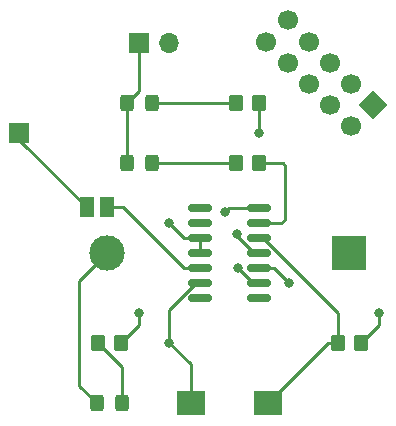
<source format=gbr>
%TF.GenerationSoftware,KiCad,Pcbnew,6.0.9-8da3e8f707~117~ubuntu22.04.1*%
%TF.CreationDate,2022-11-29T09:47:06-05:00*%
%TF.ProjectId,RFTransmitterV3,52465472-616e-4736-9d69-747465725633,rev?*%
%TF.SameCoordinates,Original*%
%TF.FileFunction,Copper,L1,Top*%
%TF.FilePolarity,Positive*%
%FSLAX46Y46*%
G04 Gerber Fmt 4.6, Leading zero omitted, Abs format (unit mm)*
G04 Created by KiCad (PCBNEW 6.0.9-8da3e8f707~117~ubuntu22.04.1) date 2022-11-29 09:47:06*
%MOMM*%
%LPD*%
G01*
G04 APERTURE LIST*
G04 Aperture macros list*
%AMRoundRect*
0 Rectangle with rounded corners*
0 $1 Rounding radius*
0 $2 $3 $4 $5 $6 $7 $8 $9 X,Y pos of 4 corners*
0 Add a 4 corners polygon primitive as box body*
4,1,4,$2,$3,$4,$5,$6,$7,$8,$9,$2,$3,0*
0 Add four circle primitives for the rounded corners*
1,1,$1+$1,$2,$3*
1,1,$1+$1,$4,$5*
1,1,$1+$1,$6,$7*
1,1,$1+$1,$8,$9*
0 Add four rect primitives between the rounded corners*
20,1,$1+$1,$2,$3,$4,$5,0*
20,1,$1+$1,$4,$5,$6,$7,0*
20,1,$1+$1,$6,$7,$8,$9,0*
20,1,$1+$1,$8,$9,$2,$3,0*%
%AMHorizOval*
0 Thick line with rounded ends*
0 $1 width*
0 $2 $3 position (X,Y) of the first rounded end (center of the circle)*
0 $4 $5 position (X,Y) of the second rounded end (center of the circle)*
0 Add line between two ends*
20,1,$1,$2,$3,$4,$5,0*
0 Add two circle primitives to create the rounded ends*
1,1,$1,$2,$3*
1,1,$1,$4,$5*%
%AMRotRect*
0 Rectangle, with rotation*
0 The origin of the aperture is its center*
0 $1 length*
0 $2 width*
0 $3 Rotation angle, in degrees counterclockwise*
0 Add horizontal line*
21,1,$1,$2,0,0,$3*%
G04 Aperture macros list end*
%TA.AperFunction,SMDPad,CuDef*%
%ADD10RoundRect,0.250000X-0.350000X-0.450000X0.350000X-0.450000X0.350000X0.450000X-0.350000X0.450000X0*%
%TD*%
%TA.AperFunction,SMDPad,CuDef*%
%ADD11R,1.200000X1.820000*%
%TD*%
%TA.AperFunction,SMDPad,CuDef*%
%ADD12RoundRect,0.250000X0.350000X0.450000X-0.350000X0.450000X-0.350000X-0.450000X0.350000X-0.450000X0*%
%TD*%
%TA.AperFunction,ComponentPad*%
%ADD13RotRect,1.700000X1.700000X225.000000*%
%TD*%
%TA.AperFunction,ComponentPad*%
%ADD14HorizOval,1.700000X0.000000X0.000000X0.000000X0.000000X0*%
%TD*%
%TA.AperFunction,SMDPad,CuDef*%
%ADD15R,2.400000X2.100000*%
%TD*%
%TA.AperFunction,SMDPad,CuDef*%
%ADD16RoundRect,0.250000X-0.325000X-0.450000X0.325000X-0.450000X0.325000X0.450000X-0.325000X0.450000X0*%
%TD*%
%TA.AperFunction,ComponentPad*%
%ADD17R,1.700000X1.700000*%
%TD*%
%TA.AperFunction,ComponentPad*%
%ADD18O,1.700000X1.700000*%
%TD*%
%TA.AperFunction,SMDPad,CuDef*%
%ADD19RoundRect,0.150000X-0.825000X-0.150000X0.825000X-0.150000X0.825000X0.150000X-0.825000X0.150000X0*%
%TD*%
%TA.AperFunction,ComponentPad*%
%ADD20R,3.000000X3.000000*%
%TD*%
%TA.AperFunction,ComponentPad*%
%ADD21C,3.000000*%
%TD*%
%TA.AperFunction,ViaPad*%
%ADD22C,0.800000*%
%TD*%
%TA.AperFunction,Conductor*%
%ADD23C,0.250000*%
%TD*%
G04 APERTURE END LIST*
D10*
%TO.P,R3,1*%
%TO.N,Net-(D3-Pad2)*%
X128540000Y-93980000D03*
%TO.P,R3,2*%
%TO.N,GPIO8*%
X130540000Y-93980000D03*
%TD*%
D11*
%TO.P,L1,1*%
%TO.N,Net-(AE1-Pad1)*%
X127651648Y-82448962D03*
%TO.P,L1,2*%
%TO.N,/TXP*%
X129371648Y-82448962D03*
%TD*%
D12*
%TO.P,R4,1*%
%TO.N,GND*%
X150860000Y-93980000D03*
%TO.P,R4,2*%
%TO.N,GPIO2*%
X148860000Y-93980000D03*
%TD*%
D13*
%TO.P,PROG,1,Pin_1*%
%TO.N,unconnected-(J1-Pad1)*%
X151810129Y-73807006D03*
D14*
%TO.P,PROG,2,Pin_2*%
%TO.N,GND*%
X150014078Y-75603057D03*
%TO.P,PROG,3,Pin_3*%
%TO.N,unconnected-(J1-Pad3)*%
X150014078Y-72010955D03*
%TO.P,PROG,4,Pin_4*%
%TO.N,/C2DAT*%
X148218027Y-73807006D03*
%TO.P,PROG,5,Pin_5*%
%TO.N,unconnected-(J1-Pad5)*%
X148218027Y-70214904D03*
%TO.P,PROG,6,Pin_6*%
%TO.N,unconnected-(J1-Pad6)*%
X146421975Y-72010955D03*
%TO.P,PROG,7,Pin_7*%
%TO.N,/C2CLK*%
X146421975Y-68418852D03*
%TO.P,PROG,8,Pin_8*%
%TO.N,unconnected-(J1-Pad8)*%
X144625924Y-70214904D03*
%TO.P,PROG,9,Pin_9*%
%TO.N,unconnected-(J1-Pad9)*%
X144625924Y-66622801D03*
%TO.P,PROG,10,Pin_10*%
%TO.N,unconnected-(J1-Pad10)*%
X142829873Y-68418852D03*
%TD*%
D10*
%TO.P,R1,1*%
%TO.N,Net-(D1-Pad2)*%
X140240000Y-78740000D03*
%TO.P,R1,2*%
%TO.N,GPIO1*%
X142240000Y-78740000D03*
%TD*%
D15*
%TO.P,SW1,1,1*%
%TO.N,GPIO2*%
X143000000Y-99060000D03*
%TO.P,SW1,2,2*%
%TO.N,+3V3*%
X136400000Y-99060000D03*
%TD*%
D16*
%TO.P,D2,1,K*%
%TO.N,GND*%
X131055000Y-73660000D03*
%TO.P,D2,2,A*%
%TO.N,Net-(D2-Pad2)*%
X133105000Y-73660000D03*
%TD*%
D17*
%TO.P,J3,1,Pin_1*%
%TO.N,GND*%
X132080000Y-68580000D03*
D18*
%TO.P,J3,2,Pin_2*%
%TO.N,/VPP*%
X134620000Y-68580000D03*
%TD*%
D19*
%TO.P,U1,1*%
%TO.N,unconnected-(U1-Pad1)*%
X137225000Y-82550000D03*
%TO.P,U1,2*%
%TO.N,/VPP*%
X137225000Y-83820000D03*
%TO.P,U1,3*%
%TO.N,GND*%
X137225000Y-85090000D03*
%TO.P,U1,4*%
X137225000Y-86360000D03*
%TO.P,U1,5*%
%TO.N,/TXP*%
X137225000Y-87630000D03*
%TO.P,U1,6*%
%TO.N,+3V3*%
X137225000Y-88900000D03*
%TO.P,U1,7*%
%TO.N,unconnected-(U1-Pad7)*%
X137225000Y-90170000D03*
%TO.P,U1,8*%
%TO.N,unconnected-(U1-Pad8)*%
X142175000Y-90170000D03*
%TO.P,U1,9*%
%TO.N,/C2CLK*%
X142175000Y-88900000D03*
%TO.P,U1,10*%
%TO.N,/C2DAT*%
X142175000Y-87630000D03*
%TO.P,U1,11*%
%TO.N,GPIO3*%
X142175000Y-86360000D03*
%TO.P,U1,12*%
%TO.N,GPIO2*%
X142175000Y-85090000D03*
%TO.P,U1,13*%
%TO.N,GPIO1*%
X142175000Y-83820000D03*
%TO.P,U1,14*%
%TO.N,GPIO8*%
X142175000Y-82550000D03*
%TD*%
D16*
%TO.P,D3,1,K*%
%TO.N,GND*%
X128515000Y-99060000D03*
%TO.P,D3,2,A*%
%TO.N,Net-(D3-Pad2)*%
X130565000Y-99060000D03*
%TD*%
%TO.P,D1,1,K*%
%TO.N,GND*%
X131055000Y-78740000D03*
%TO.P,D1,2,A*%
%TO.N,Net-(D1-Pad2)*%
X133105000Y-78740000D03*
%TD*%
D17*
%TO.P,AE1,1,A*%
%TO.N,Net-(AE1-Pad1)*%
X121920000Y-76200000D03*
%TD*%
D10*
%TO.P,R2,1*%
%TO.N,Net-(D2-Pad2)*%
X140240000Y-73660000D03*
%TO.P,R2,2*%
%TO.N,GPIO3*%
X142240000Y-73660000D03*
%TD*%
D20*
%TO.P,BT1,1,+*%
%TO.N,+3V3*%
X149860000Y-86360000D03*
D21*
%TO.P,BT1,2,-*%
%TO.N,GND*%
X129370000Y-86360000D03*
%TD*%
D22*
%TO.N,+3V3*%
X134620000Y-93980000D03*
%TO.N,GND*%
X152400000Y-91440000D03*
X134620000Y-83820000D03*
%TO.N,/C2CLK*%
X140391683Y-87628048D03*
%TO.N,/C2DAT*%
X144780000Y-88900000D03*
%TO.N,GPIO3*%
X142240000Y-76200000D03*
X140361215Y-84695664D03*
%TO.N,GPIO8*%
X132080000Y-91440000D03*
X139306844Y-82890723D03*
%TD*%
D23*
%TO.N,+3V3*%
X134620000Y-93980000D02*
X136400000Y-95760000D01*
X136400000Y-95760000D02*
X136400000Y-99060000D01*
X137225000Y-88900000D02*
X136848249Y-88900000D01*
X136848249Y-88900000D02*
X134620000Y-91128249D01*
X134620000Y-91128249D02*
X134620000Y-93980000D01*
%TO.N,GND*%
X135890000Y-85090000D02*
X134620000Y-83820000D01*
X131055000Y-73660000D02*
X132080000Y-72635000D01*
X152400000Y-92440000D02*
X152400000Y-91440000D01*
X127000000Y-88730000D02*
X129370000Y-86360000D01*
X137225000Y-85090000D02*
X135890000Y-85090000D01*
X131055000Y-78740000D02*
X131055000Y-73660000D01*
X128515000Y-99060000D02*
X127000000Y-97545000D01*
X137225000Y-86360000D02*
X136848249Y-86360000D01*
X137225000Y-86360000D02*
X137225000Y-85090000D01*
X150860000Y-93980000D02*
X152400000Y-92440000D01*
X132080000Y-72635000D02*
X132080000Y-68580000D01*
X127000000Y-97545000D02*
X127000000Y-88730000D01*
%TO.N,Net-(D1-Pad2)*%
X133105000Y-78740000D02*
X140240000Y-78740000D01*
%TO.N,Net-(D2-Pad2)*%
X133105000Y-73660000D02*
X140240000Y-73660000D01*
%TO.N,Net-(D3-Pad2)*%
X128540000Y-93980000D02*
X130565000Y-96005000D01*
X130565000Y-96005000D02*
X130565000Y-99060000D01*
%TO.N,/C2CLK*%
X141663635Y-88900000D02*
X142175000Y-88900000D01*
X140391683Y-87628048D02*
X141663635Y-88900000D01*
%TO.N,/C2DAT*%
X144780000Y-88900000D02*
X143510000Y-87630000D01*
X143510000Y-87630000D02*
X142175000Y-87630000D01*
%TO.N,GPIO1*%
X144189758Y-78740000D02*
X142240000Y-78740000D01*
X142175000Y-83820000D02*
X144096191Y-83820000D01*
X144364252Y-83551939D02*
X144364252Y-78914494D01*
X144096191Y-83820000D02*
X144364252Y-83551939D01*
X144364252Y-78914494D02*
X144189758Y-78740000D01*
%TO.N,GPIO3*%
X140361215Y-84922966D02*
X141798249Y-86360000D01*
X142240000Y-76200000D02*
X142240000Y-73660000D01*
X140361215Y-84695664D02*
X140361215Y-84922966D01*
X142175000Y-86360000D02*
X141798249Y-86360000D01*
%TO.N,GPIO8*%
X139306844Y-82890723D02*
X139647567Y-82550000D01*
X139647567Y-82550000D02*
X142175000Y-82550000D01*
X130540000Y-93980000D02*
X132080000Y-92440000D01*
X132080000Y-92440000D02*
X132080000Y-91440000D01*
%TO.N,GPIO2*%
X143000000Y-99060000D02*
X148080000Y-93980000D01*
X142551751Y-85090000D02*
X148860000Y-91398249D01*
X142175000Y-85090000D02*
X142551751Y-85090000D01*
X148860000Y-91398249D02*
X148860000Y-93980000D01*
X148080000Y-93980000D02*
X148860000Y-93980000D01*
%TO.N,/TXP*%
X135890000Y-87630000D02*
X137225000Y-87630000D01*
X129371648Y-82448962D02*
X130708962Y-82448962D01*
X130708962Y-82448962D02*
X135890000Y-87630000D01*
%TO.N,Net-(AE1-Pad1)*%
X127651648Y-82448962D02*
X121920000Y-76717314D01*
X121920000Y-76717314D02*
X121920000Y-76200000D01*
%TD*%
M02*

</source>
